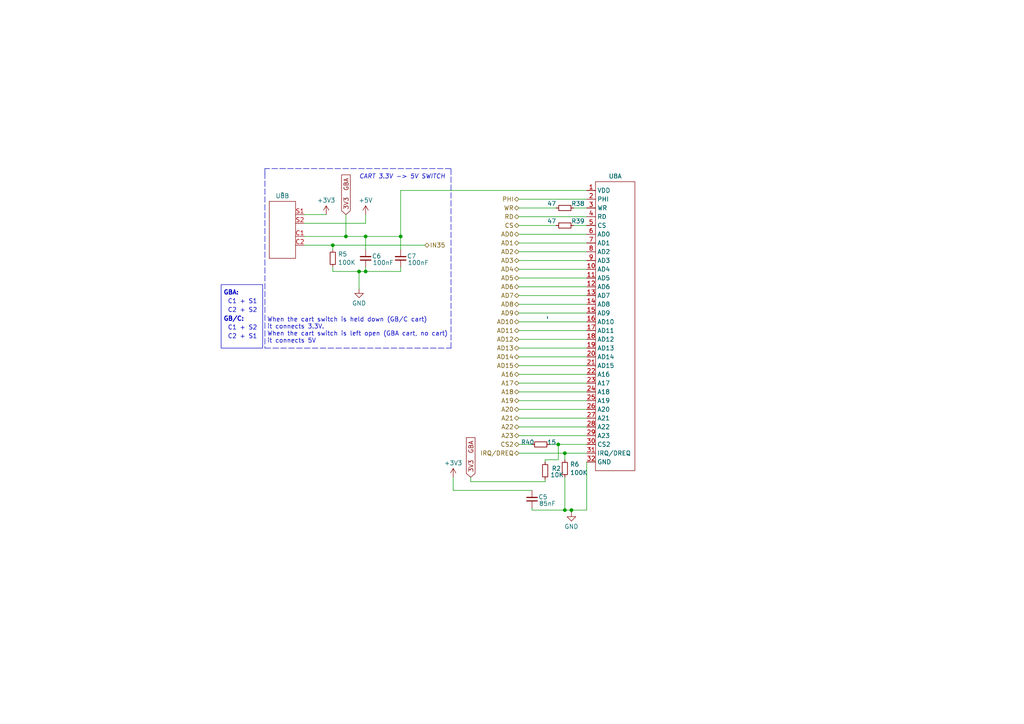
<source format=kicad_sch>
(kicad_sch (version 20230121) (generator eeschema)
  (paper "A4")
  (lib_symbols
    (symbol "AGB:Cart_AGB"
      (property "Reference" "U" (at 0 0 0))
      (symbol "Cart_AGB_1_0"
        (pin unspecified line (at -36.83 -11.43 270) (length 2.54) (name "VDD") (number "1"))
        (pin unspecified line (at -13.97 -11.43 270) (length 2.54) (name "AD4") (number "10"))
        (pin unspecified line (at -11.43 -11.43 270) (length 2.54) (name "AD5") (number "11"))
        (pin unspecified line (at -8.89 -11.43 270) (length 2.54) (name "AD6") (number "12"))
        (pin unspecified line (at -6.35 -11.43 270) (length 2.54) (name "AD7") (number "13"))
        (pin unspecified line (at -3.81 -11.43 270) (length 2.54) (name "AD8") (number "14"))
        (pin unspecified line (at -1.27 -11.43 270) (length 2.54) (name "AD9") (number "15"))
        (pin unspecified line (at 1.27 -11.43 270) (length 2.54) (name "AD10") (number "16"))
        (pin unspecified line (at 3.81 -11.43 270) (length 2.54) (name "AD11") (number "17"))
        (pin unspecified line (at 6.35 -11.43 270) (length 2.54) (name "AD12") (number "18"))
        (pin unspecified line (at 8.89 -11.43 270) (length 2.54) (name "AD13") (number "19"))
        (pin unspecified line (at -34.29 -11.43 270) (length 2.54) (name "PHI") (number "2"))
        (pin unspecified line (at 11.43 -11.43 270) (length 2.54) (name "AD14") (number "20"))
        (pin unspecified line (at 13.97 -11.43 270) (length 2.54) (name "AD15") (number "21"))
        (pin unspecified line (at 16.51 -11.43 270) (length 2.54) (name "A16") (number "22"))
        (pin unspecified line (at 19.05 -11.43 270) (length 2.54) (name "A17") (number "23"))
        (pin unspecified line (at 21.59 -11.43 270) (length 2.54) (name "A18") (number "24"))
        (pin unspecified line (at 24.13 -11.43 270) (length 2.54) (name "A19") (number "25"))
        (pin unspecified line (at 26.67 -11.43 270) (length 2.54) (name "A20") (number "26"))
        (pin unspecified line (at 29.21 -11.43 270) (length 2.54) (name "A21") (number "27"))
        (pin unspecified line (at 31.75 -11.43 270) (length 2.54) (name "A22") (number "28"))
        (pin unspecified line (at 34.29 -11.43 270) (length 2.54) (name "A23") (number "29"))
        (pin unspecified line (at -31.75 -11.43 270) (length 2.54) (name "WR") (number "3"))
        (pin unspecified line (at 36.83 -11.43 270) (length 2.54) (name "CS2") (number "30"))
        (pin unspecified line (at 39.37 -11.43 270) (length 2.54) (name "IRQ/DREQ") (number "31"))
        (pin unspecified line (at 41.91 -11.43 270) (length 2.54) (name "GND") (number "32"))
        (pin unspecified line (at -29.21 -11.43 270) (length 2.54) (name "RD") (number "4"))
        (pin unspecified line (at -26.67 -11.43 270) (length 2.54) (name "CS") (number "5"))
        (pin unspecified line (at -24.13 -11.43 270) (length 2.54) (name "AD0") (number "6"))
        (pin unspecified line (at -21.59 -11.43 270) (length 2.54) (name "AD1") (number "7"))
        (pin unspecified line (at -19.05 -11.43 270) (length 2.54) (name "AD2") (number "8"))
        (pin unspecified line (at -16.51 -11.43 270) (length 2.54) (name "AD3") (number "9"))
      )
      (symbol "Cart_AGB_1_1"
        (rectangle (start -39.37 -13.97) (end 44.45 -25.4))
      )
      (symbol "Cart_AGB_2_0"
        (pin unspecified line (at 6.35 -12.7 180) (length 2.54) (name "") (number "C1"))
        (pin unspecified line (at 6.35 -15.24 180) (length 2.54) (name "") (number "C2"))
        (pin unspecified line (at 6.35 -6.35 180) (length 2.54) (name "") (number "S1"))
        (pin unspecified line (at 6.35 -8.89 180) (length 2.54) (name "") (number "S2"))
      )
      (symbol "Cart_AGB_2_1"
        (rectangle (start -3.81 -2.54) (end 3.81 -19.05))
      )
    )
    (symbol "Device:C_Small" (pin_numbers hide) (pin_names (offset 0.254) hide)
      (property "Reference" "C" (at 0.254 1.778 0))
      (property "Value" "C_Small" (at 0.254 -2.032 0))
      (symbol "C_Small_0_1"
        (polyline (pts (xy -1.524 -0.508) (xy 1.524 -0.508)) (stroke (width 0.3302)))
        (polyline (pts (xy -1.524 0.508) (xy 1.524 0.508)) (stroke (width 0.3048)))
      )
      (symbol "C_Small_1_1"
        (pin passive line (at 0 2.54 270) (length 2.032) (name "~") (number "1"))
        (pin passive line (at 0 -2.54 90) (length 2.032) (name "~") (number "2"))
      )
    )
    (symbol "Device:R_Small" (pin_numbers hide) (pin_names (offset 0.254) hide)
      (property "Reference" "R" (at 0.762 0.508 0))
      (property "Value" "R_Small" (at 0.762 -1.016 0))
      (symbol "R_Small_0_1"
        (rectangle (start -0.762 1.778) (end 0.762 -1.778) (stroke (width 0.2032)))
      )
      (symbol "R_Small_1_1"
        (pin passive line (at 0 2.54 270) (length 0.762) (name "~") (number "1"))
        (pin passive line (at 0 -2.54 90) (length 0.762) (name "~") (number "2"))
      )
    )
    (symbol "power:+3V3" (power) (pin_names (offset 0))
      (property "Value" "+3V3" (at 0 3.556 0))
      (symbol "+3V3_0_1"
        (polyline (pts (xy -0.762 1.27) (xy 0 2.54)))
        (polyline (pts (xy 0 0) (xy 0 2.54)))
        (polyline (pts (xy 0 2.54) (xy 0.762 1.27)))
      )
      (symbol "+3V3_1_1"
        (pin power_in line (at 0 0 90) (length 0) hide (name "+3V3") (number "1"))
      )
    )
    (symbol "power:+5V" (power) (pin_names (offset 0))
      (property "Value" "+5V" (at 0 3.556 0))
      (symbol "+5V_0_1"
        (polyline (pts (xy -0.762 1.27) (xy 0 2.54)))
        (polyline (pts (xy 0 0) (xy 0 2.54)))
        (polyline (pts (xy 0 2.54) (xy 0.762 1.27)))
      )
      (symbol "+5V_1_1"
        (pin power_in line (at 0 0 90) (length 0) hide (name "+5V") (number "1"))
      )
    )
    (symbol "power:GND" (power) (pin_names (offset 0))
      (property "Value" "GND" (at 0 -3.81 0))
      (symbol "GND_0_1"
        (polyline (pts (xy 0 0) (xy 0 -1.27) (xy 1.27 -1.27) (xy 0 -2.54) (xy -1.27 -1.27) (xy 0 -1.27)))
      )
      (symbol "GND_1_1"
        (pin power_in line (at 0 0 270) (length 0) hide (name "GND") (number "1"))
      )
    )
  )
  (junction (at 163.83 147.955))
  (junction (at 165.735 147.955))
  (junction (at 100.33 68.58))
  (junction (at 96.52 71.12))
  (junction (at 161.925 128.905))
  (junction (at 163.83 131.445))
  (junction (at 106.045 68.58))
  (junction (at 104.14 78.74))
  (junction (at 106.045 78.74))
  (junction (at 116.205 68.58))
  (wire (pts (xy 131.445 142.24) (xy 131.445 138.43)))
  (polyline (pts (xy 76.835 50.165) (xy 76.835 100.965)) (stroke (width 0) (type dash)))
  (wire (pts (xy 150.495 121.285) (xy 170.18 121.285)))
  (wire (pts (xy 150.495 126.365) (xy 170.18 126.365)))
  (wire (pts (xy 158.115 133.35) (xy 158.115 133.985)))
  (wire (pts (xy 96.52 71.12) (xy 123.19 71.12)))
  (wire (pts (xy 116.205 55.245) (xy 170.18 55.245)))
  (wire (pts (xy 116.205 77.47) (xy 116.205 78.74)))
  (wire (pts (xy 150.495 75.565) (xy 170.18 75.565)))
  (wire (pts (xy 154.305 147.955) (xy 154.305 147.32)))
  (wire (pts (xy 106.045 62.23) (xy 106.045 64.77)))
  (wire (pts (xy 106.045 78.74) (xy 104.14 78.74)))
  (wire (pts (xy 106.045 77.47) (xy 106.045 78.74)))
  (wire (pts (xy 150.495 78.105) (xy 170.18 78.105)))
  (wire (pts (xy 150.495 93.345) (xy 170.18 93.345)))
  (wire (pts (xy 154.305 147.955) (xy 163.83 147.955)))
  (wire (pts (xy 150.495 65.405) (xy 161.29 65.405)))
  (wire (pts (xy 150.495 118.745) (xy 170.18 118.745)))
  (wire (pts (xy 88.265 68.58) (xy 100.33 68.58)))
  (wire (pts (xy 96.52 78.74) (xy 104.14 78.74)))
  (wire (pts (xy 150.495 57.785) (xy 170.18 57.785)))
  (wire (pts (xy 96.52 71.12) (xy 88.265 71.12)))
  (wire (pts (xy 150.495 90.805) (xy 170.18 90.805)))
  (wire (pts (xy 150.495 95.885) (xy 170.18 95.885)))
  (wire (pts (xy 150.495 70.485) (xy 170.18 70.485)))
  (wire (pts (xy 161.925 128.905) (xy 170.18 128.905)))
  (wire (pts (xy 150.495 113.665) (xy 170.18 113.665)))
  (wire (pts (xy 150.495 100.965) (xy 170.18 100.965)))
  (wire (pts (xy 106.045 64.77) (xy 88.265 64.77)))
  (wire (pts (xy 165.735 147.955) (xy 163.83 147.955)))
  (wire (pts (xy 116.205 68.58) (xy 116.205 72.39)))
  (wire (pts (xy 150.495 128.905) (xy 154.305 128.905)))
  (wire (pts (xy 163.83 138.43) (xy 163.83 147.955)))
  (polyline (pts (xy 76.835 48.895) (xy 76.835 50.165)) (stroke (width 0) (type dash)))
  (wire (pts (xy 100.33 68.58) (xy 106.045 68.58)))
  (wire (pts (xy 150.495 111.125) (xy 170.18 111.125)))
  (wire (pts (xy 150.495 73.025) (xy 170.18 73.025)))
  (wire (pts (xy 106.045 68.58) (xy 116.205 68.58)))
  (wire (pts (xy 150.495 85.725) (xy 170.18 85.725)))
  (polyline (pts (xy 130.81 100.965) (xy 130.81 48.895)) (stroke (width 0) (type dash)))
  (wire (pts (xy 136.525 139.7) (xy 158.115 139.7)))
  (wire (pts (xy 158.115 139.7) (xy 158.115 139.065)))
  (wire (pts (xy 150.495 108.585) (xy 170.18 108.585)))
  (wire (pts (xy 159.385 128.905) (xy 161.925 128.905)))
  (wire (pts (xy 150.495 98.425) (xy 170.18 98.425)))
  (wire (pts (xy 161.925 128.905) (xy 161.925 133.35)))
  (wire (pts (xy 96.52 78.74) (xy 96.52 77.47)))
  (wire (pts (xy 94.615 62.23) (xy 88.265 62.23)))
  (wire (pts (xy 100.33 62.23) (xy 100.33 68.58)))
  (wire (pts (xy 166.37 65.405) (xy 170.18 65.405)))
  (wire (pts (xy 163.83 133.35) (xy 163.83 131.445)))
  (wire (pts (xy 150.495 80.645) (xy 170.18 80.645)))
  (wire (pts (xy 150.495 116.205) (xy 170.18 116.205)))
  (wire (pts (xy 163.83 131.445) (xy 170.18 131.445)))
  (polyline (pts (xy 130.81 48.895) (xy 76.835 48.895)) (stroke (width 0) (type dash)))
  (polyline (pts (xy 76.835 100.965) (xy 130.81 100.965)) (stroke (width 0) (type dash)))
  (wire (pts (xy 165.735 148.59) (xy 165.735 147.955)))
  (wire (pts (xy 150.495 131.445) (xy 163.83 131.445)))
  (wire (pts (xy 150.495 60.325) (xy 161.29 60.325)))
  (wire (pts (xy 150.495 62.865) (xy 170.18 62.865)))
  (wire (pts (xy 104.14 78.74) (xy 104.14 83.82)))
  (wire (pts (xy 158.115 133.35) (xy 161.925 133.35)))
  (wire (pts (xy 170.18 147.955) (xy 170.18 133.985)))
  (wire (pts (xy 136.525 138.43) (xy 136.525 139.7)))
  (wire (pts (xy 150.495 106.045) (xy 170.18 106.045)))
  (wire (pts (xy 154.305 142.24) (xy 131.445 142.24)))
  (wire (pts (xy 96.52 71.12) (xy 96.52 72.39)))
  (wire (pts (xy 150.495 103.505) (xy 170.18 103.505)))
  (wire (pts (xy 106.045 68.58) (xy 106.045 72.39)))
  (wire (pts (xy 150.495 123.825) (xy 170.18 123.825)))
  (wire (pts (xy 166.37 60.325) (xy 170.18 60.325)))
  (wire (pts (xy 150.495 88.265) (xy 170.18 88.265)))
  (wire (pts (xy 116.205 55.245) (xy 116.205 68.58)))
  (wire (pts (xy 165.735 147.955) (xy 170.18 147.955)))
  (wire (pts (xy 106.045 78.74) (xy 116.205 78.74)))
  (wire (pts (xy 150.495 67.945) (xy 170.18 67.945)))
  (wire (pts (xy 150.495 83.185) (xy 170.18 83.185)))
  (rectangle (start 64.135 82.55) (end 76.2 100.965))
  (text "When the cart switch is held down (GB/C cart) \nit connects 3.3V.\nWhen the cart switch is left open (GBA cart, no cart) \nit connects 5V " (at 77.47 99.695 0) (effects (font (size 1.27 1.27)) (justify left bottom)))
  (text "GBA:" (at 64.77 85.725 0) (effects (font (size 1.27 1.27) (thickness 0.254) bold) (justify left bottom)))
  (text "CART 3.3V -> 5V SWITCH" (at 104.14 52.07 0) (effects (font (size 1.27 1.27) italic) (justify left bottom)))
  (text "C2 + S1" (at 66.04 98.425 0) (effects (font (size 1.27 1.27)) (justify left bottom)))
  (text "GB/C:" (at 64.77 93.345 0) (effects (font (size 1.27 1.27) (thickness 0.254) bold) (justify left bottom)))
  (text "C1 + S2" (at 66.04 95.885 0) (effects (font (size 1.27 1.27)) (justify left bottom)))
  (text "C1 + S1" (at 66.04 88.265 0) (effects (font (size 1.27 1.27)) (justify left bottom)))
  (text "C2 + S2" (at 66.04 90.805 0) (effects (font (size 1.27 1.27)) (justify left bottom)))
  (global_label "3V3  GBA" (shape input) (at 100.33 62.23 90) (property "Intersheetrefs" "${INTERSHEET_REFS}" (effects hide)))
  (global_label "3V3  GBA" (shape input) (at 136.525 138.43 90) (property "Intersheetrefs" "${INTERSHEET_REFS}" (effects hide)))
  (hierarchical_label "AD13" (shape bidirectional) (at 150.495 100.965 180))
  (hierarchical_label "A17" (shape bidirectional) (at 150.495 111.125 180))
  (hierarchical_label "AD12" (shape bidirectional) (at 150.495 98.425 180))
  (hierarchical_label "A22" (shape bidirectional) (at 150.495 123.825 180))
  (hierarchical_label "AD9" (shape bidirectional) (at 150.495 90.805 180))
  (hierarchical_label "A16" (shape bidirectional) (at 150.495 108.585 180))
  (hierarchical_label "CS" (shape bidirectional) (at 150.495 65.405 180))
  (hierarchical_label "A19" (shape bidirectional) (at 150.495 116.205 180))
  (hierarchical_label "AD5" (shape bidirectional) (at 150.495 80.645 180))
  (hierarchical_label "AD4" (shape bidirectional) (at 150.495 78.105 180))
  (hierarchical_label "IN35" (shape bidirectional) (at 123.19 71.12 0))
  (hierarchical_label "AD8" (shape bidirectional) (at 150.495 88.265 180))
  (hierarchical_label "AD1" (shape bidirectional) (at 150.495 70.485 180))
  (hierarchical_label "AD14" (shape bidirectional) (at 150.495 103.505 180))
  (hierarchical_label "AD7" (shape bidirectional) (at 150.495 85.725 180))
  (hierarchical_label "AD2" (shape bidirectional) (at 150.495 73.025 180))
  (hierarchical_label "A23" (shape bidirectional) (at 150.495 126.365 180))
  (hierarchical_label "PHI" (shape bidirectional) (at 150.495 57.785 180))
  (hierarchical_label "AD0" (shape bidirectional) (at 150.495 67.945 180))
  (hierarchical_label "RD" (shape bidirectional) (at 150.495 62.865 180))
  (hierarchical_label "IRQ{slash}DREQ" (shape bidirectional) (at 150.495 131.445 180))
  (hierarchical_label "AD6" (shape bidirectional) (at 150.495 83.185 180))
  (hierarchical_label "AD10" (shape bidirectional) (at 150.495 93.345 180))
  (hierarchical_label "A21" (shape bidirectional) (at 150.495 121.285 180))
  (hierarchical_label "A20" (shape bidirectional) (at 150.495 118.745 180))
  (hierarchical_label "AD15" (shape bidirectional) (at 150.495 106.045 180))
  (hierarchical_label "CS2" (shape bidirectional) (at 150.495 128.905 180))
  (hierarchical_label "AD3" (shape bidirectional) (at 150.495 75.565 180))
  (hierarchical_label "WR" (shape bidirectional) (at 150.495 60.325 180))
  (hierarchical_label "AD11" (shape bidirectional) (at 150.495 95.885 180))
  (hierarchical_label "A18" (shape bidirectional) (at 150.495 113.665 180))
  (symbol (lib_id "power:+5V") (at 106.045 62.23 0) (unit 1)
    (property "Reference" "#PWR070" (effects hide))
    (property "Value" "+5V" (at 106.045 58.0969 0))
  )
  (symbol (lib_id "Device:R_Small") (at 163.83 60.325 270) (mirror x) (unit 1)
    (property "Reference" "R38" (at 167.64 59.055 90))
    (property "Value" "47" (at 160.02 59.055 90))
    (property "Footprint" "Resistor_SMD:R_0402_1005Metric" (effects hide))
  )
  (symbol (lib_id "Device:R_Small") (at 156.845 128.905 270) (mirror x) (unit 1)
    (property "Reference" "R40" (at 153.035 128.27 90))
    (property "Value" "15" (at 160.02 128.27 90))
    (property "Footprint" "Resistor_SMD:R_0402_1005Metric" (effects hide))
  )
  (symbol (lib_id "Device:C_Small") (at 116.205 74.93 180) (unit 1)
    (property "Reference" "C7" (at 119.38 74.295 0))
    (property "Value" "100nF" (at 121.285 76.2 0))
    (property "Footprint" "Capacitor_SMD:C_0402_1005Metric" (effects hide))
  )
  (symbol (lib_id "Device:R_Small") (at 96.52 74.93 0) (unit 1)
    (property "Reference" "R5" (at 98.0186 73.7179 0) (effects (justify left)))
    (property "Value" "100K" (at 98.0186 76.1421 0) (effects (justify left)))
    (property "Footprint" "Resistor_SMD:R_0402_1005Metric" (effects hide))
  )
  (symbol (lib_id "power:GND") (at 165.735 148.59 0) (unit 1)
    (property "Reference" "#PWR048" (effects hide))
    (property "Value" "GND" (at 165.735 152.7231 0))
  )
  (symbol (lib_id "Device:C_Small") (at 154.305 144.78 180) (unit 1)
    (property "Reference" "C5" (at 157.48 144.145 0))
    (property "Value" "85nF" (at 158.75 146.05 0))
    (property "Footprint" "Capacitor_SMD:C_0402_1005Metric" (effects hide))
  )
  (symbol (lib_id "power:GND") (at 104.14 83.82 0) (unit 1)
    (property "Reference" "#PWR057" (effects hide))
    (property "Value" "GND" (at 104.14 87.9531 0))
  )
  (symbol (lib_id "AGB:Cart_AGB") (at 158.75 92.075 90) (mirror x) (unit 1)
    (property "Reference" "U8" (at 178.435 51.1119 90))
    (property "Value" "~" (at 158.75 92.075 0))
    (property "Footprint" "AGB:AGB Cart Pin" (effects hide))
  )
  (symbol (lib_id "power:+3V3") (at 131.445 138.43 0) (unit 1)
    (property "Reference" "#PWR07" (effects hide))
    (property "Value" "+3V3" (at 131.445 134.2969 0))
    (instances (project "gba" (path "" (reference "#PWR07") (unit 1)) (path "" (reference "#PWR071") (unit 1))))
  )
  (symbol (lib_id "Device:R_Small") (at 163.83 135.89 0) (unit 1)
    (property "Reference" "R6" (at 165.3286 134.6779 0) (effects (justify left)))
    (property "Value" "100K" (at 165.3286 137.1021 0) (effects (justify left)))
    (property "Footprint" "Resistor_SMD:R_0402_1005Metric" (effects hide))
  )
  (symbol (lib_id "power:+3V3") (at 94.615 62.23 0) (unit 1)
    (property "Reference" "#PWR07" (effects hide))
    (property "Value" "+3V3" (at 94.615 58.0969 0))
    (instances (project "gba" (path "" (reference "#PWR07") (unit 1)) (path "" (reference "#PWR069") (unit 1))))
  )
  (symbol (lib_id "AGB:Cart_AGB") (at 81.915 55.88 0) (unit 2)
    (property "Reference" "U8" (at 81.915 56.8269 0))
    (property "Value" "~" (at 81.915 55.88 0))
    (property "Footprint" "AGB:AGB Cart Pin" (effects hide))
  )
  (symbol (lib_id "Device:C_Small") (at 106.045 74.93 180) (unit 1)
    (property "Reference" "C6" (at 109.22 74.295 0))
    (property "Value" "100nF" (at 111.125 76.2 0))
    (property "Footprint" "Capacitor_SMD:C_0402_1005Metric" (effects hide))
  )
  (symbol (lib_id "Device:R_Small") (at 158.115 136.525 0) (unit 1)
    (property "Reference" "R2" (at 160.02 135.89 0) (effects (justify left)))
    (property "Value" "10K" (at 159.6136 137.7371 0) (effects (justify left)))
    (property "Footprint" "Resistor_SMD:R_0402_1005Metric" (effects hide))
  )
  (symbol (lib_id "Device:R_Small") (at 163.83 65.405 270) (mirror x) (unit 1)
    (property "Reference" "R39" (at 167.64 64.135 90))
    (property "Value" "47" (at 160.02 64.135 90))
    (property "Footprint" "Resistor_SMD:R_0402_1005Metric" (effects hide))
  )
)
</source>
